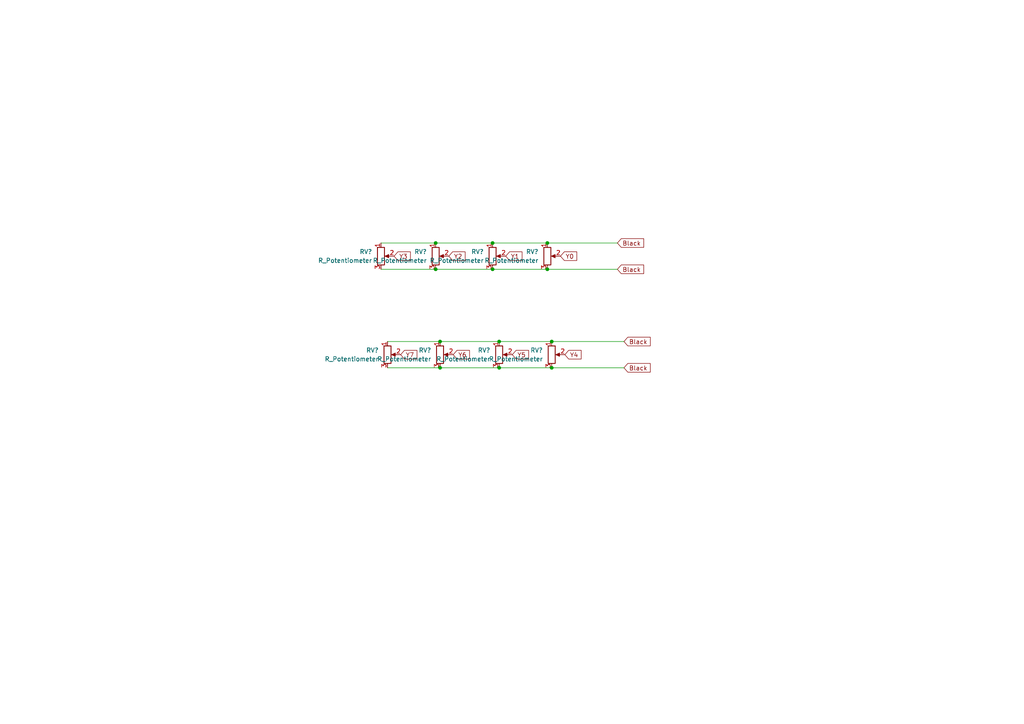
<source format=kicad_sch>
(kicad_sch (version 20211123) (generator eeschema)
  (paper "A4")
  (lib_symbols
    (symbol "Device:R_Potentiometer" (pin_names (offset 1.016) hide)
      (property "Reference" "RV" (at -4.445 0 90))
      (property "Value" "R_Potentiometer" (at -2.54 0 90))
      (symbol "R_Potentiometer_0_1"
        (polyline (pts (xy 2.54 0) (xy 1.524 0)))
        (polyline (pts (xy 1.143 0) (xy 2.286 0.508) (xy 2.286 -0.508) (xy 1.143 0)) (fill (type outline)))
        (rectangle (start 1.016 2.54) (end -1.016 -2.54) (stroke (width 0.254)))
      )
      (symbol "R_Potentiometer_1_1"
        (pin passive line (at 0 3.81 270) (length 1.27) (name "1") (number "1"))
        (pin passive line (at 3.81 0 180) (length 1.27) (name "2") (number "2"))
        (pin passive line (at 0 -3.81 90) (length 1.27) (name "3") (number "3"))
      )
    )
  )
  (junction (at 126.365 78.105))
  (junction (at 142.875 78.105))
  (junction (at 127.635 106.68))
  (junction (at 127.635 99.06))
  (junction (at 160.02 106.68))
  (junction (at 158.75 70.485))
  (junction (at 144.78 99.06))
  (junction (at 144.78 106.68))
  (junction (at 160.02 99.06))
  (junction (at 142.875 70.485))
  (junction (at 126.365 70.485))
  (junction (at 158.75 78.105))
  (wire (pts (xy 127.635 106.68) (xy 144.78 106.68)))
  (wire (pts (xy 144.78 106.68) (xy 160.02 106.68)))
  (wire (pts (xy 160.02 106.68) (xy 180.975 106.68)))
  (wire (pts (xy 110.49 70.485) (xy 126.365 70.485)))
  (wire (pts (xy 112.395 99.06) (xy 127.635 99.06)))
  (wire (pts (xy 158.75 70.485) (xy 179.07 70.485)))
  (wire (pts (xy 160.02 99.06) (xy 180.975 99.06)))
  (wire (pts (xy 144.78 99.06) (xy 160.02 99.06)))
  (wire (pts (xy 142.875 78.105) (xy 158.75 78.105)))
  (wire (pts (xy 112.395 106.68) (xy 127.635 106.68)))
  (wire (pts (xy 158.75 78.105) (xy 179.07 78.105)))
  (wire (pts (xy 126.365 78.105) (xy 142.875 78.105)))
  (wire (pts (xy 142.875 70.485) (xy 158.75 70.485)))
  (wire (pts (xy 127.635 99.06) (xy 144.78 99.06)))
  (wire (pts (xy 126.365 70.485) (xy 142.875 70.485)))
  (wire (pts (xy 110.49 78.105) (xy 126.365 78.105)))
  (global_label "Y6" (shape input) (at 131.445 102.87 0) (property "Intersheet References" "${INTERSHEET_REFS}" (effects hide)))
  (global_label "Black" (shape input) (at 180.975 106.68 0) (property "Intersheet References" "${INTERSHEET_REFS}" (effects hide)))
  (global_label "Y0" (shape input) (at 162.56 74.295 0) (property "Intersheet References" "${INTERSHEET_REFS}" (effects hide)))
  (global_label "Y1" (shape input) (at 146.685 74.295 0) (property "Intersheet References" "${INTERSHEET_REFS}" (effects hide)))
  (global_label "Y4" (shape input) (at 163.83 102.87 0) (property "Intersheet References" "${INTERSHEET_REFS}" (effects hide)))
  (global_label "Y5" (shape input) (at 148.59 102.87 0) (property "Intersheet References" "${INTERSHEET_REFS}" (effects hide)))
  (global_label "Black" (shape input) (at 180.975 99.06 0) (property "Intersheet References" "${INTERSHEET_REFS}" (effects hide)))
  (global_label "Y2" (shape input) (at 130.175 74.295 0) (property "Intersheet References" "${INTERSHEET_REFS}" (effects hide)))
  (global_label "Black" (shape input) (at 179.07 78.105 0) (property "Intersheet References" "${INTERSHEET_REFS}" (effects hide)))
  (global_label "Black" (shape input) (at 179.07 70.485 0) (property "Intersheet References" "${INTERSHEET_REFS}" (effects hide)))
  (global_label "Y7" (shape input) (at 116.205 102.87 0) (property "Intersheet References" "${INTERSHEET_REFS}" (effects hide)))
  (global_label "Y3" (shape input) (at 114.3 74.295 0) (property "Intersheet References" "${INTERSHEET_REFS}" (effects hide)))
  (symbol (lib_id "Device:R_Potentiometer") (at 127.635 102.87 0) (unit 1)
    (property "Reference" "RV?" (at 125.095 101.5999 0) (effects (justify right)))
    (property "Value" "R_Potentiometer" (at 125.095 104.1399 0) (effects (justify right)))
  )
  (symbol (lib_id "Device:R_Potentiometer") (at 160.02 102.87 0) (unit 1)
    (property "Reference" "RV?" (at 157.48 101.5999 0) (effects (justify right)))
    (property "Value" "R_Potentiometer" (at 157.48 104.1399 0) (effects (justify right)))
  )
  (symbol (lib_id "Device:R_Potentiometer") (at 142.875 74.295 0) (unit 1)
    (property "Reference" "RV?" (at 140.335 73.0249 0) (effects (justify right)))
    (property "Value" "R_Potentiometer" (at 140.335 75.5649 0) (effects (justify right)))
  )
  (symbol (lib_id "Device:R_Potentiometer") (at 110.49 74.295 0) (unit 1)
    (property "Reference" "RV?" (at 107.95 73.0249 0) (effects (justify right)))
    (property "Value" "R_Potentiometer" (at 107.95 75.5649 0) (effects (justify right)))
  )
  (symbol (lib_id "Device:R_Potentiometer") (at 126.365 74.295 0) (unit 1)
    (property "Reference" "RV?" (at 123.825 73.0249 0) (effects (justify right)))
    (property "Value" "R_Potentiometer" (at 123.825 75.5649 0) (effects (justify right)))
  )
  (symbol (lib_id "Device:R_Potentiometer") (at 158.75 74.295 0) (unit 1)
    (property "Reference" "RV?" (at 156.21 73.0249 0) (effects (justify right)))
    (property "Value" "R_Potentiometer" (at 156.21 75.5649 0) (effects (justify right)))
  )
  (symbol (lib_id "Device:R_Potentiometer") (at 112.395 102.87 0) (unit 1)
    (property "Reference" "RV?" (at 109.855 101.5999 0) (effects (justify right)))
    (property "Value" "R_Potentiometer" (at 109.855 104.1399 0) (effects (justify right)))
  )
  (symbol (lib_id "Device:R_Potentiometer") (at 144.78 102.87 0) (unit 1)
    (property "Reference" "RV?" (at 142.24 101.5999 0) (effects (justify right)))
    (property "Value" "R_Potentiometer" (at 142.24 104.1399 0) (effects (justify right)))
  )
)
</source>
